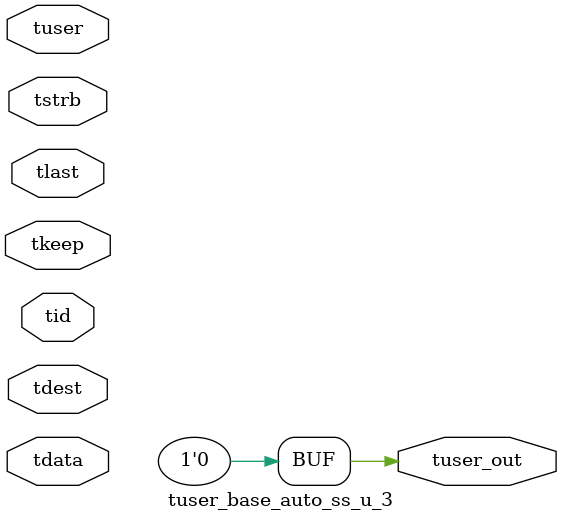
<source format=v>


`timescale 1ps/1ps

module tuser_base_auto_ss_u_3 #
(
parameter C_S_AXIS_TUSER_WIDTH = 1,
parameter C_S_AXIS_TDATA_WIDTH = 32,
parameter C_S_AXIS_TID_WIDTH   = 0,
parameter C_S_AXIS_TDEST_WIDTH = 0,
parameter C_M_AXIS_TUSER_WIDTH = 1
)
(
input  [(C_S_AXIS_TUSER_WIDTH == 0 ? 1 : C_S_AXIS_TUSER_WIDTH)-1:0     ] tuser,
input  [(C_S_AXIS_TDATA_WIDTH == 0 ? 1 : C_S_AXIS_TDATA_WIDTH)-1:0     ] tdata,
input  [(C_S_AXIS_TID_WIDTH   == 0 ? 1 : C_S_AXIS_TID_WIDTH)-1:0       ] tid,
input  [(C_S_AXIS_TDEST_WIDTH == 0 ? 1 : C_S_AXIS_TDEST_WIDTH)-1:0     ] tdest,
input  [(C_S_AXIS_TDATA_WIDTH/8)-1:0 ] tkeep,
input  [(C_S_AXIS_TDATA_WIDTH/8)-1:0 ] tstrb,
input                                                                    tlast,
output [C_M_AXIS_TUSER_WIDTH-1:0] tuser_out
);

assign tuser_out = {1'b0};

endmodule


</source>
